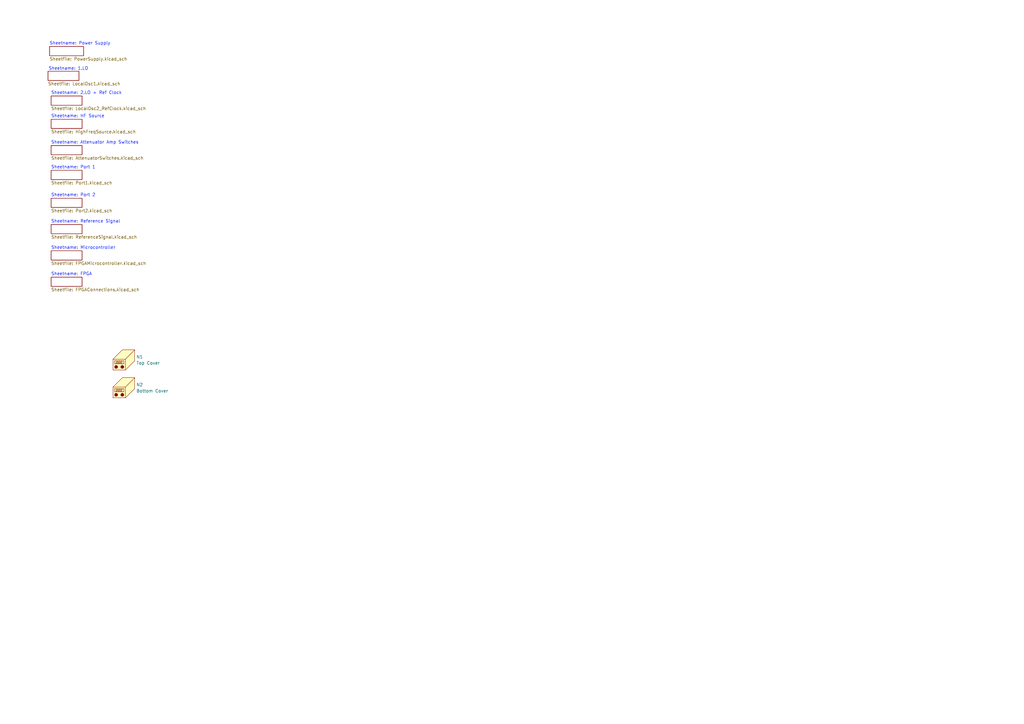
<source format=kicad_sch>
(kicad_sch
	(version 20231120)
	(generator "eeschema")
	(generator_version "8.0")
	(uuid "7469840a-34dd-443e-8d3c-7bb0beac8ed2")
	(paper "A3")
	(title_block
		(title "Root")
		(company "LibreVNA")
	)
	(lib_symbols
		(symbol "Mechanical:Housing"
			(pin_names
				(offset 1.016)
			)
			(exclude_from_sim no)
			(in_bom yes)
			(on_board yes)
			(property "Reference" "N"
				(at 3.81 0 0)
				(effects
					(font
						(size 1.27 1.27)
					)
					(justify left)
				)
			)
			(property "Value" "Housing"
				(at 3.81 -1.905 0)
				(effects
					(font
						(size 1.27 1.27)
					)
					(justify left)
				)
			)
			(property "Footprint" ""
				(at 1.27 1.27 0)
				(effects
					(font
						(size 1.27 1.27)
					)
					(hide yes)
				)
			)
			(property "Datasheet" "~"
				(at 1.27 1.27 0)
				(effects
					(font
						(size 1.27 1.27)
					)
					(hide yes)
				)
			)
			(property "Description" "Housing"
				(at 0 0 0)
				(effects
					(font
						(size 1.27 1.27)
					)
					(hide yes)
				)
			)
			(property "ki_keywords" "housing enclosure"
				(at 0 0 0)
				(effects
					(font
						(size 1.27 1.27)
					)
					(hide yes)
				)
			)
			(property "ki_fp_filters" "Enclosure* Housing*"
				(at 0 0 0)
				(effects
					(font
						(size 1.27 1.27)
					)
					(hide yes)
				)
			)
			(symbol "Housing_0_1"
				(rectangle
					(start -5.08 -0.635)
					(end -1.27 -1.905)
					(stroke
						(width 0)
						(type default)
					)
					(fill
						(type none)
					)
				)
				(circle
					(center -4.445 -3.175)
					(radius 0.635)
					(stroke
						(width 0)
						(type default)
					)
					(fill
						(type outline)
					)
				)
				(circle
					(center -1.905 -3.175)
					(radius 0.635)
					(stroke
						(width 0)
						(type default)
					)
					(fill
						(type outline)
					)
				)
				(polyline
					(pts
						(xy -4.5212 -1.5748) (xy -4.4704 -1.3716)
					)
					(stroke
						(width 0)
						(type default)
					)
					(fill
						(type none)
					)
				)
				(polyline
					(pts
						(xy -4.4196 -1.6764) (xy -4.064 -1.6764)
					)
					(stroke
						(width 0)
						(type default)
					)
					(fill
						(type none)
					)
				)
				(polyline
					(pts
						(xy -4.4196 -1.2192) (xy -4.3688 -0.9652)
					)
					(stroke
						(width 0)
						(type default)
					)
					(fill
						(type none)
					)
				)
				(polyline
					(pts
						(xy -4.318 -1.3208) (xy -4.0132 -1.3208)
					)
					(stroke
						(width 0)
						(type default)
					)
					(fill
						(type none)
					)
				)
				(polyline
					(pts
						(xy -4.2164 -0.9144) (xy -3.9116 -0.9144)
					)
					(stroke
						(width 0)
						(type default)
					)
					(fill
						(type none)
					)
				)
				(polyline
					(pts
						(xy -3.9116 -1.6256) (xy -3.8608 -1.3716)
					)
					(stroke
						(width 0)
						(type default)
					)
					(fill
						(type none)
					)
				)
				(polyline
					(pts
						(xy -3.81 -1.2192) (xy -3.7592 -0.9652)
					)
					(stroke
						(width 0)
						(type default)
					)
					(fill
						(type none)
					)
				)
				(polyline
					(pts
						(xy -3.6068 -1.5748) (xy -3.556 -1.3716)
					)
					(stroke
						(width 0)
						(type default)
					)
					(fill
						(type none)
					)
				)
				(polyline
					(pts
						(xy -3.5052 -1.6764) (xy -3.1496 -1.6764)
					)
					(stroke
						(width 0)
						(type default)
					)
					(fill
						(type none)
					)
				)
				(polyline
					(pts
						(xy -3.5052 -1.2192) (xy -3.4544 -0.9652)
					)
					(stroke
						(width 0)
						(type default)
					)
					(fill
						(type none)
					)
				)
				(polyline
					(pts
						(xy -3.4036 -1.3208) (xy -3.0988 -1.3208)
					)
					(stroke
						(width 0)
						(type default)
					)
					(fill
						(type none)
					)
				)
				(polyline
					(pts
						(xy -3.302 -0.9144) (xy -2.9972 -0.9144)
					)
					(stroke
						(width 0)
						(type default)
					)
					(fill
						(type none)
					)
				)
				(polyline
					(pts
						(xy -2.9972 -1.6256) (xy -2.9464 -1.3716)
					)
					(stroke
						(width 0)
						(type default)
					)
					(fill
						(type none)
					)
				)
				(polyline
					(pts
						(xy -2.8956 -1.2192) (xy -2.8448 -0.9652)
					)
					(stroke
						(width 0)
						(type default)
					)
					(fill
						(type none)
					)
				)
				(polyline
					(pts
						(xy -2.6924 -1.5748) (xy -2.6416 -1.3716)
					)
					(stroke
						(width 0)
						(type default)
					)
					(fill
						(type none)
					)
				)
				(polyline
					(pts
						(xy -2.5908 -1.6764) (xy -2.2352 -1.6764)
					)
					(stroke
						(width 0)
						(type default)
					)
					(fill
						(type none)
					)
				)
				(polyline
					(pts
						(xy -2.5908 -1.2192) (xy -2.54 -0.9652)
					)
					(stroke
						(width 0)
						(type default)
					)
					(fill
						(type none)
					)
				)
				(polyline
					(pts
						(xy -2.4892 -1.3208) (xy -2.1844 -1.3208)
					)
					(stroke
						(width 0)
						(type default)
					)
					(fill
						(type none)
					)
				)
				(polyline
					(pts
						(xy -2.3876 -0.9144) (xy -2.0828 -0.9144)
					)
					(stroke
						(width 0)
						(type default)
					)
					(fill
						(type none)
					)
				)
				(polyline
					(pts
						(xy -2.0828 -1.6256) (xy -2.032 -1.3716)
					)
					(stroke
						(width 0)
						(type default)
					)
					(fill
						(type none)
					)
				)
				(polyline
					(pts
						(xy -1.9812 -1.2192) (xy -1.9304 -0.9652)
					)
					(stroke
						(width 0)
						(type default)
					)
					(fill
						(type none)
					)
				)
				(polyline
					(pts
						(xy -0.635 0) (xy -0.635 -4.445)
					)
					(stroke
						(width 0)
						(type default)
					)
					(fill
						(type none)
					)
				)
				(polyline
					(pts
						(xy -5.715 0) (xy -0.635 0) (xy 3.175 3.81)
					)
					(stroke
						(width 0)
						(type default)
					)
					(fill
						(type none)
					)
				)
				(polyline
					(pts
						(xy -5.715 0) (xy -5.715 -4.445) (xy -0.635 -4.445) (xy 3.175 -0.635) (xy 3.175 3.81) (xy -1.905 3.81)
						(xy -5.715 0)
					)
					(stroke
						(width 0)
						(type default)
					)
					(fill
						(type background)
					)
				)
			)
		)
	)
	(symbol
		(lib_id "Mechanical:Housing")
		(at 52.07 147.32 0)
		(unit 1)
		(exclude_from_sim no)
		(in_bom yes)
		(on_board yes)
		(dnp no)
		(fields_autoplaced yes)
		(uuid "a8a8b741-623f-470d-9536-2b5e32a3c305")
		(property "Reference" "N1"
			(at 55.88 146.3674 0)
			(effects
				(font
					(size 1.27 1.27)
				)
				(justify left)
			)
		)
		(property "Value" "Top Cover"
			(at 55.88 148.9074 0)
			(effects
				(font
					(size 1.27 1.27)
				)
				(justify left)
			)
		)
		(property "Footprint" "VNA:VNA_COVER_TOP"
			(at 53.34 146.05 0)
			(effects
				(font
					(size 1.27 1.27)
				)
				(hide yes)
			)
		)
		(property "Datasheet" "~"
			(at 53.34 146.05 0)
			(effects
				(font
					(size 1.27 1.27)
				)
				(hide yes)
			)
		)
		(property "Description" "Housing"
			(at 52.07 147.32 0)
			(effects
				(font
					(size 1.27 1.27)
				)
				(hide yes)
			)
		)
		(instances
			(project "VNA"
				(path "/7469840a-34dd-443e-8d3c-7bb0beac8ed2"
					(reference "N1")
					(unit 1)
				)
			)
		)
	)
	(symbol
		(lib_id "Mechanical:Housing")
		(at 52.07 158.75 0)
		(unit 1)
		(exclude_from_sim no)
		(in_bom yes)
		(on_board yes)
		(dnp no)
		(fields_autoplaced yes)
		(uuid "c5b1b395-939e-4257-bcde-94f4c980dd96")
		(property "Reference" "N2"
			(at 55.88 157.7974 0)
			(effects
				(font
					(size 1.27 1.27)
				)
				(justify left)
			)
		)
		(property "Value" "Bottom Cover"
			(at 55.88 160.3374 0)
			(effects
				(font
					(size 1.27 1.27)
				)
				(justify left)
			)
		)
		(property "Footprint" "VNA:VNA_COVER_BOTTOM"
			(at 53.34 157.48 0)
			(effects
				(font
					(size 1.27 1.27)
				)
				(hide yes)
			)
		)
		(property "Datasheet" "~"
			(at 53.34 157.48 0)
			(effects
				(font
					(size 1.27 1.27)
				)
				(hide yes)
			)
		)
		(property "Description" "Housing"
			(at 52.07 158.75 0)
			(effects
				(font
					(size 1.27 1.27)
				)
				(hide yes)
			)
		)
		(instances
			(project "VNA"
				(path "/7469840a-34dd-443e-8d3c-7bb0beac8ed2"
					(reference "N2")
					(unit 1)
				)
			)
		)
	)
	(sheet
		(at 20.955 102.87)
		(size 12.7 3.81)
		(fields_autoplaced yes)
		(stroke
			(width 0)
			(type solid)
		)
		(fill
			(color 0 0 0 0.0000)
		)
		(uuid "5d6d43e6-b4b8-4453-a605-266bbc2eda13")
		(property "Sheetname" "Microcontroller"
			(at 20.955 102.1584 0)
			(show_name yes)
			(effects
				(font
					(size 1.27 1.27)
					(color 16 37 255 1)
				)
				(justify left bottom)
			)
		)
		(property "Sheetfile" "FPGAMicrocontroller.kicad_sch"
			(at 20.955 107.2646 0)
			(show_name yes)
			(effects
				(font
					(size 1.27 1.27)
				)
				(justify left top)
			)
		)
		(instances
			(project "VNA"
				(path "/7469840a-34dd-443e-8d3c-7bb0beac8ed2"
					(page "9")
				)
			)
		)
	)
	(sheet
		(at 20.955 113.665)
		(size 12.7 3.81)
		(fields_autoplaced yes)
		(stroke
			(width 0)
			(type solid)
		)
		(fill
			(color 0 0 0 0.0000)
		)
		(uuid "798b71c1-ee2e-4e21-b7d2-78d3e660f322")
		(property "Sheetname" "FPGA"
			(at 20.955 112.9534 0)
			(show_name yes)
			(effects
				(font
					(size 1.27 1.27)
					(color 16 37 255 1)
				)
				(justify left bottom)
			)
		)
		(property "Sheetfile" "FPGAConnections.kicad_sch"
			(at 20.955 118.0596 0)
			(show_name yes)
			(effects
				(font
					(size 1.27 1.27)
				)
				(justify left top)
			)
		)
		(instances
			(project "VNA"
				(path "/7469840a-34dd-443e-8d3c-7bb0beac8ed2"
					(page "10")
				)
			)
		)
	)
	(sheet
		(at 20.955 92.075)
		(size 12.7 3.81)
		(fields_autoplaced yes)
		(stroke
			(width 0)
			(type solid)
		)
		(fill
			(color 0 0 0 0.0000)
		)
		(uuid "7c933d5d-1e4f-4f1a-9202-38e3df2da17e")
		(property "Sheetname" "Reference Signal"
			(at 20.955 91.3634 0)
			(show_name yes)
			(effects
				(font
					(size 1.27 1.27)
					(color 16 37 255 1)
				)
				(justify left bottom)
			)
		)
		(property "Sheetfile" "ReferenceSignal.kicad_sch"
			(at 20.955 96.4696 0)
			(show_name yes)
			(effects
				(font
					(size 1.27 1.27)
				)
				(justify left top)
			)
		)
		(instances
			(project "VNA"
				(path "/7469840a-34dd-443e-8d3c-7bb0beac8ed2"
					(page "8")
				)
			)
		)
	)
	(sheet
		(at 20.32 19.05)
		(size 13.97 3.81)
		(fields_autoplaced yes)
		(stroke
			(width 0)
			(type solid)
		)
		(fill
			(color 0 0 0 0.0000)
		)
		(uuid "8e1b52f8-5f59-4342-bcf6-c3db62777e07")
		(property "Sheetname" "Power Supply"
			(at 20.32 18.3384 0)
			(show_name yes)
			(effects
				(font
					(size 1.27 1.27)
					(color 16 37 255 1)
				)
				(justify left bottom)
			)
		)
		(property "Sheetfile" "PowerSupply.kicad_sch"
			(at 20.32 23.4446 0)
			(show_name yes)
			(effects
				(font
					(size 1.27 1.27)
				)
				(justify left top)
			)
		)
		(instances
			(project "VNA"
				(path "/7469840a-34dd-443e-8d3c-7bb0beac8ed2"
					(page "1")
				)
			)
		)
	)
	(sheet
		(at 20.955 59.69)
		(size 12.7 3.81)
		(fields_autoplaced yes)
		(stroke
			(width 0)
			(type solid)
		)
		(fill
			(color 0 0 0 0.0000)
		)
		(uuid "9ff36dc1-434c-4d57-a733-165f83ab55ce")
		(property "Sheetname" "Attenuator Amp Switches"
			(at 20.955 58.9784 0)
			(show_name yes)
			(effects
				(font
					(size 1.27 1.27)
					(color 16 37 255 1)
				)
				(justify left bottom)
			)
		)
		(property "Sheetfile" "AttenuatorSwitches.kicad_sch"
			(at 20.955 64.0846 0)
			(show_name yes)
			(effects
				(font
					(size 1.27 1.27)
				)
				(justify left top)
			)
		)
		(instances
			(project "VNA"
				(path "/7469840a-34dd-443e-8d3c-7bb0beac8ed2"
					(page "5")
				)
			)
		)
	)
	(sheet
		(at 20.955 39.37)
		(size 12.7 3.81)
		(fields_autoplaced yes)
		(stroke
			(width 0)
			(type solid)
		)
		(fill
			(color 0 0 0 0.0000)
		)
		(uuid "a2bdd878-cafd-4956-a54a-ce0e886c06b4")
		(property "Sheetname" "2.LO + Ref Clock"
			(at 20.955 38.6584 0)
			(show_name yes)
			(effects
				(font
					(size 1.27 1.27)
					(color 16 37 255 1)
				)
				(justify left bottom)
			)
		)
		(property "Sheetfile" "LocalOsc2_RefClock.kicad_sch"
			(at 20.955 43.7646 0)
			(show_name yes)
			(effects
				(font
					(size 1.27 1.27)
				)
				(justify left top)
			)
		)
		(instances
			(project "VNA"
				(path "/7469840a-34dd-443e-8d3c-7bb0beac8ed2"
					(page "3")
				)
			)
		)
	)
	(sheet
		(at 19.685 29.21)
		(size 12.7 3.81)
		(stroke
			(width 0)
			(type solid)
		)
		(fill
			(color 0 0 0 0.0000)
		)
		(uuid "bbfdd9a2-6278-40c0-9063-6c5cccb1e98b")
		(property "Sheetname" "1.LO"
			(at 19.939 28.702 0)
			(show_name yes)
			(effects
				(font
					(size 1.27 1.27)
					(color 16 37 255 1)
				)
				(justify left bottom)
			)
		)
		(property "Sheetfile" "LocalOsc1.kicad_sch"
			(at 19.685 33.6046 0)
			(show_name yes)
			(effects
				(font
					(size 1.27 1.27)
				)
				(justify left top)
			)
		)
		(instances
			(project "VNA"
				(path "/7469840a-34dd-443e-8d3c-7bb0beac8ed2"
					(page "2")
				)
			)
		)
	)
	(sheet
		(at 20.955 69.85)
		(size 12.7 3.81)
		(fields_autoplaced yes)
		(stroke
			(width 0)
			(type solid)
		)
		(fill
			(color 0 0 0 0.0000)
		)
		(uuid "be520179-012d-449b-b5ce-97a852bfda27")
		(property "Sheetname" "Port 1"
			(at 20.955 69.1384 0)
			(show_name yes)
			(effects
				(font
					(size 1.27 1.27)
					(color 16 37 255 1)
				)
				(justify left bottom)
			)
		)
		(property "Sheetfile" "Port1.kicad_sch"
			(at 20.955 74.2446 0)
			(show_name yes)
			(effects
				(font
					(size 1.27 1.27)
				)
				(justify left top)
			)
		)
		(instances
			(project "VNA"
				(path "/7469840a-34dd-443e-8d3c-7bb0beac8ed2"
					(page "6")
				)
			)
		)
	)
	(sheet
		(at 20.955 48.895)
		(size 12.7 3.81)
		(fields_autoplaced yes)
		(stroke
			(width 0)
			(type solid)
		)
		(fill
			(color 0 0 0 0.0000)
		)
		(uuid "c6bc16e9-7b59-42d9-9211-036022b8d9ca")
		(property "Sheetname" "HF Source"
			(at 20.955 48.1834 0)
			(show_name yes)
			(effects
				(font
					(size 1.27 1.27)
					(color 16 37 255 1)
				)
				(justify left bottom)
			)
		)
		(property "Sheetfile" "HighFreqSource.kicad_sch"
			(at 20.955 53.2896 0)
			(show_name yes)
			(effects
				(font
					(size 1.27 1.27)
				)
				(justify left top)
			)
		)
		(instances
			(project "VNA"
				(path "/7469840a-34dd-443e-8d3c-7bb0beac8ed2"
					(page "4")
				)
			)
		)
	)
	(sheet
		(at 20.955 81.28)
		(size 12.7 3.81)
		(fields_autoplaced yes)
		(stroke
			(width 0)
			(type solid)
		)
		(fill
			(color 0 0 0 0.0000)
		)
		(uuid "d32edb1b-4948-4e52-bba9-a931ccb13365")
		(property "Sheetname" "Port 2"
			(at 20.955 80.5684 0)
			(show_name yes)
			(effects
				(font
					(size 1.27 1.27)
					(color 16 37 255 1)
				)
				(justify left bottom)
			)
		)
		(property "Sheetfile" "Port2.kicad_sch"
			(at 20.955 85.6746 0)
			(show_name yes)
			(effects
				(font
					(size 1.27 1.27)
				)
				(justify left top)
			)
		)
		(instances
			(project "VNA"
				(path "/7469840a-34dd-443e-8d3c-7bb0beac8ed2"
					(page "7")
				)
			)
		)
	)
	(sheet_instances
		(path "/"
			(page "0")
		)
	)
)
</source>
